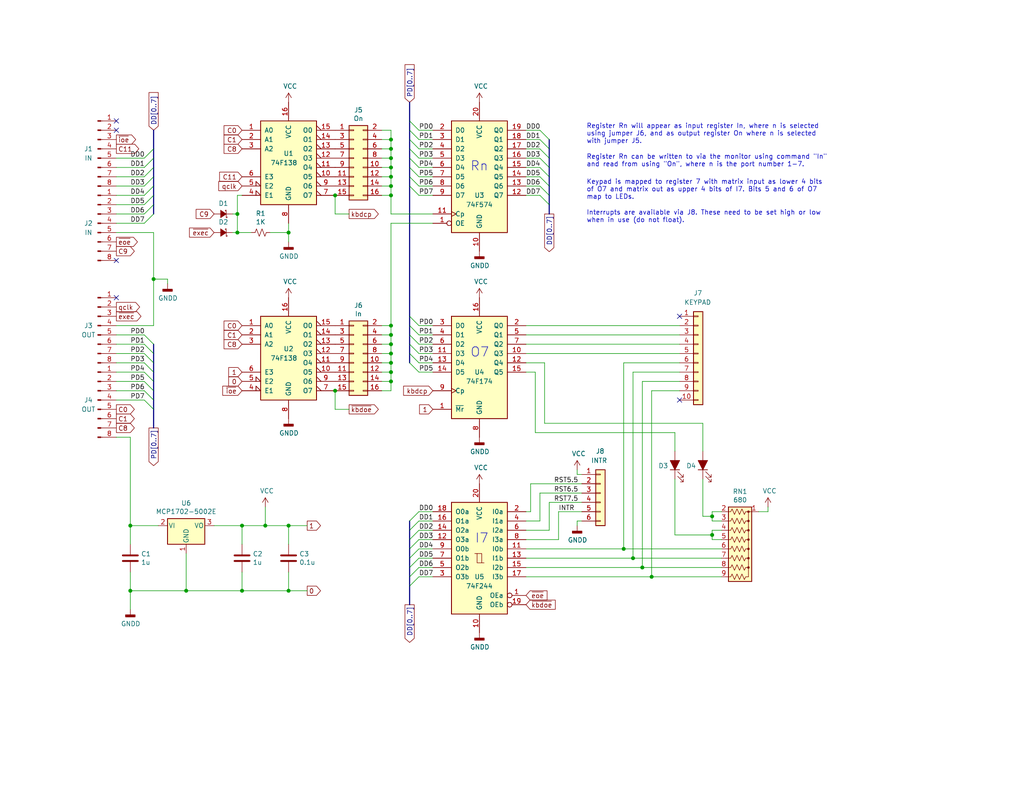
<source format=kicad_sch>
(kicad_sch (version 20211123) (generator eeschema)
  (paper "USLetter")
  (title_block (title "Novasaur Expansion Prototype") (date "2023-05-22") (rev "3") (company "Solid State Machines LLC") (comment 1 "Copyright (c) 2023"))
  (lib_symbols
    (symbol "74xx:74LS138" (pin_names (offset 1.016))
      (property "Reference" "U" (at -7.62 11.43 0))
      (property "Value" "74LS138" (at -7.62 -13.97 0))
      (symbol "74LS138_1_0"
        (pin input line (at -12.7 7.62 0) (length 5.08) (name "A0") (number "1"))
        (pin output output_low (at 12.7 -5.08 180) (length 5.08) (name "O5") (number "10"))
        (pin output output_low (at 12.7 -2.54 180) (length 5.08) (name "O4") (number "11"))
        (pin output output_low (at 12.7 0 180) (length 5.08) (name "O3") (number "12"))
        (pin output output_low (at 12.7 2.54 180) (length 5.08) (name "O2") (number "13"))
        (pin output output_low (at 12.7 5.08 180) (length 5.08) (name "O1") (number "14"))
        (pin output output_low (at 12.7 7.62 180) (length 5.08) (name "O0") (number "15"))
        (pin power_in line (at 0 15.24 270) (length 5.08) (name "VCC") (number "16"))
        (pin input line (at -12.7 5.08 0) (length 5.08) (name "A1") (number "2"))
        (pin input line (at -12.7 2.54 0) (length 5.08) (name "A2") (number "3"))
        (pin input input_low (at -12.7 -10.16 0) (length 5.08) (name "E1") (number "4"))
        (pin input input_low (at -12.7 -7.62 0) (length 5.08) (name "E2") (number "5"))
        (pin input line (at -12.7 -5.08 0) (length 5.08) (name "E3") (number "6"))
        (pin output output_low (at 12.7 -10.16 180) (length 5.08) (name "O7") (number "7"))
        (pin power_in line (at 0 -17.78 90) (length 5.08) (name "GND") (number "8"))
        (pin output output_low (at 12.7 -7.62 180) (length 5.08) (name "O6") (number "9"))
      )
      (symbol "74LS138_1_1"
        (rectangle (start -7.62 10.16) (end 7.62 -12.7) (stroke (width 0.254)) (fill (type background)))
      )
    )
    (symbol "74xx:74LS174" (pin_names (offset 1.016))
      (property "Reference" "U" (at -7.62 13.97 0))
      (property "Value" "74LS174" (at -7.62 -16.51 0))
      (symbol "74LS174_1_0"
        (pin input line (at -12.7 -12.7 0) (length 5.08) (name "~{Mr}") (number "1"))
        (pin output line (at 12.7 2.54 180) (length 5.08) (name "Q3") (number "10"))
        (pin input line (at -12.7 2.54 0) (length 5.08) (name "D3") (number "11"))
        (pin output line (at 12.7 0 180) (length 5.08) (name "Q4") (number "12"))
        (pin input line (at -12.7 0 0) (length 5.08) (name "D4") (number "13"))
        (pin input line (at -12.7 -2.54 0) (length 5.08) (name "D5") (number "14"))
        (pin output line (at 12.7 -2.54 180) (length 5.08) (name "Q5") (number "15"))
        (pin power_in line (at 0 17.78 270) (length 5.08) (name "VCC") (number "16"))
        (pin output line (at 12.7 10.16 180) (length 5.08) (name "Q0") (number "2"))
        (pin input line (at -12.7 10.16 0) (length 5.08) (name "D0") (number "3"))
        (pin input line (at -12.7 7.62 0) (length 5.08) (name "D1") (number "4"))
        (pin output line (at 12.7 7.62 180) (length 5.08) (name "Q1") (number "5"))
        (pin input line (at -12.7 5.08 0) (length 5.08) (name "D2") (number "6"))
        (pin output line (at 12.7 5.08 180) (length 5.08) (name "Q2") (number "7"))
        (pin power_in line (at 0 -20.32 90) (length 5.08) (name "GND") (number "8"))
        (pin input clock (at -12.7 -7.62 0) (length 5.08) (name "Cp") (number "9"))
      )
      (symbol "74LS174_1_1"
        (rectangle (start -7.62 12.7) (end 7.62 -15.24) (stroke (width 0.254)) (fill (type background)))
      )
    )
    (symbol "74xx:74LS244" (pin_names (offset 1.016))
      (property "Reference" "U" (at -7.62 16.51 0))
      (property "Value" "74LS244" (at -7.62 -16.51 0))
      (symbol "74LS244_1_0"
        (polyline (pts (xy -0.635 -1.27) (xy -0.635 1.27) (xy 0.635 1.27)))
        (polyline (pts (xy -1.27 -1.27) (xy 0.635 -1.27) (xy 0.635 1.27) (xy 1.27 1.27)))
        (pin input inverted (at -12.7 -10.16 0) (length 5.08) (name "OEa") (number "1"))
        (pin power_in line (at 0 -20.32 90) (length 5.08) (name "GND") (number "10"))
        (pin input line (at -12.7 2.54 0) (length 5.08) (name "I0b") (number "11"))
        (pin tri_state line (at 12.7 5.08 180) (length 5.08) (name "O3a") (number "12"))
        (pin input line (at -12.7 0 0) (length 5.08) (name "I1b") (number "13"))
        (pin tri_state line (at 12.7 7.62 180) (length 5.08) (name "O2a") (number "14"))
        (pin input line (at -12.7 -2.54 0) (length 5.08) (name "I2b") (number "15"))
        (pin tri_state line (at 12.7 10.16 180) (length 5.08) (name "O1a") (number "16"))
        (pin input line (at -12.7 -5.08 0) (length 5.08) (name "I3b") (number "17"))
        (pin tri_state line (at 12.7 12.7 180) (length 5.08) (name "O0a") (number "18"))
        (pin input inverted (at -12.7 -12.7 0) (length 5.08) (name "OEb") (number "19"))
        (pin input line (at -12.7 12.7 0) (length 5.08) (name "I0a") (number "2"))
        (pin power_in line (at 0 20.32 270) (length 5.08) (name "VCC") (number "20"))
        (pin tri_state line (at 12.7 -5.08 180) (length 5.08) (name "O3b") (number "3"))
        (pin input line (at -12.7 10.16 0) (length 5.08) (name "I1a") (number "4"))
        (pin tri_state line (at 12.7 -2.54 180) (length 5.08) (name "O2b") (number "5"))
        (pin input line (at -12.7 7.62 0) (length 5.08) (name "I2a") (number "6"))
        (pin tri_state line (at 12.7 0 180) (length 5.08) (name "O1b") (number "7"))
        (pin input line (at -12.7 5.08 0) (length 5.08) (name "I3a") (number "8"))
        (pin tri_state line (at 12.7 2.54 180) (length 5.08) (name "O0b") (number "9"))
      )
      (symbol "74LS244_1_1"
        (rectangle (start -7.62 15.24) (end 7.62 -15.24) (stroke (width 0.254)) (fill (type background)))
      )
    )
    (symbol "74xx:74LS574" (pin_names (offset 1.016))
      (property "Reference" "U" (at -7.62 16.51 0))
      (property "Value" "74LS574" (at -7.62 -16.51 0))
      (symbol "74LS574_1_0"
        (pin input inverted (at -12.7 -12.7 0) (length 5.08) (name "OE") (number "1"))
        (pin power_in line (at 0 -20.32 90) (length 5.08) (name "GND") (number "10"))
        (pin input clock (at -12.7 -10.16 0) (length 5.08) (name "Cp") (number "11"))
        (pin tri_state line (at 12.7 -5.08 180) (length 5.08) (name "Q7") (number "12"))
        (pin tri_state line (at 12.7 -2.54 180) (length 5.08) (name "Q6") (number "13"))
        (pin tri_state line (at 12.7 0 180) (length 5.08) (name "Q5") (number "14"))
        (pin tri_state line (at 12.7 2.54 180) (length 5.08) (name "Q4") (number "15"))
        (pin tri_state line (at 12.7 5.08 180) (length 5.08) (name "Q3") (number "16"))
        (pin tri_state line (at 12.7 7.62 180) (length 5.08) (name "Q2") (number "17"))
        (pin tri_state line (at 12.7 10.16 180) (length 5.08) (name "Q1") (number "18"))
        (pin tri_state line (at 12.7 12.7 180) (length 5.08) (name "Q0") (number "19"))
        (pin input line (at -12.7 12.7 0) (length 5.08) (name "D0") (number "2"))
        (pin power_in line (at 0 20.32 270) (length 5.08) (name "VCC") (number "20"))
        (pin input line (at -12.7 10.16 0) (length 5.08) (name "D1") (number "3"))
        (pin input line (at -12.7 7.62 0) (length 5.08) (name "D2") (number "4"))
        (pin input line (at -12.7 5.08 0) (length 5.08) (name "D3") (number "5"))
        (pin input line (at -12.7 2.54 0) (length 5.08) (name "D4") (number "6"))
        (pin input line (at -12.7 0 0) (length 5.08) (name "D5") (number "7"))
        (pin input line (at -12.7 -2.54 0) (length 5.08) (name "D6") (number "8"))
        (pin input line (at -12.7 -5.08 0) (length 5.08) (name "D7") (number "9"))
      )
      (symbol "74LS574_1_1"
        (rectangle (start -7.62 15.24) (end 7.62 -15.24) (stroke (width 0.254)) (fill (type background)))
      )
    )
    (symbol "Connector:Conn_01x08_Male" (pin_names (offset 1.016) hide)
      (property "Reference" "J" (at 0 10.16 0))
      (property "Value" "Conn_01x08_Male" (at 0 -12.7 0))
      (symbol "Conn_01x08_Male_1_1"
        (polyline (pts (xy 1.27 -10.16) (xy 0.8636 -10.16)) (stroke (width 0.1524)))
        (polyline (pts (xy 1.27 -7.62) (xy 0.8636 -7.62)) (stroke (width 0.1524)))
        (polyline (pts (xy 1.27 -5.08) (xy 0.8636 -5.08)) (stroke (width 0.1524)))
        (polyline (pts (xy 1.27 -2.54) (xy 0.8636 -2.54)) (stroke (width 0.1524)))
        (polyline (pts (xy 1.27 0) (xy 0.8636 0)) (stroke (width 0.1524)))
        (polyline (pts (xy 1.27 2.54) (xy 0.8636 2.54)) (stroke (width 0.1524)))
        (polyline (pts (xy 1.27 5.08) (xy 0.8636 5.08)) (stroke (width 0.1524)))
        (polyline (pts (xy 1.27 7.62) (xy 0.8636 7.62)) (stroke (width 0.1524)))
        (rectangle (start 0.8636 -10.033) (end 0 -10.287) (stroke (width 0.1524)) (fill (type outline)))
        (rectangle (start 0.8636 -7.493) (end 0 -7.747) (stroke (width 0.1524)) (fill (type outline)))
        (rectangle (start 0.8636 -4.953) (end 0 -5.207) (stroke (width 0.1524)) (fill (type outline)))
        (rectangle (start 0.8636 -2.413) (end 0 -2.667) (stroke (width 0.1524)) (fill (type outline)))
        (rectangle (start 0.8636 0.127) (end 0 -0.127) (stroke (width 0.1524)) (fill (type outline)))
        (rectangle (start 0.8636 2.667) (end 0 2.413) (stroke (width 0.1524)) (fill (type outline)))
        (rectangle (start 0.8636 5.207) (end 0 4.953) (stroke (width 0.1524)) (fill (type outline)))
        (rectangle (start 0.8636 7.747) (end 0 7.493) (stroke (width 0.1524)) (fill (type outline)))
        (pin passive line (at 5.08 7.62 180) (length 3.81) (name "Pin_1") (number "1"))
        (pin passive line (at 5.08 5.08 180) (length 3.81) (name "Pin_2") (number "2"))
        (pin passive line (at 5.08 2.54 180) (length 3.81) (name "Pin_3") (number "3"))
        (pin passive line (at 5.08 0 180) (length 3.81) (name "Pin_4") (number "4"))
        (pin passive line (at 5.08 -2.54 180) (length 3.81) (name "Pin_5") (number "5"))
        (pin passive line (at 5.08 -5.08 180) (length 3.81) (name "Pin_6") (number "6"))
        (pin passive line (at 5.08 -7.62 180) (length 3.81) (name "Pin_7") (number "7"))
        (pin passive line (at 5.08 -10.16 180) (length 3.81) (name "Pin_8") (number "8"))
      )
    )
    (symbol "Connector_Generic:Conn_01x06" (pin_names (offset 1.016) hide)
      (property "Reference" "J" (at 0 7.62 0))
      (property "Value" "Conn_01x06" (at 0 -10.16 0))
      (symbol "Conn_01x06_1_1"
        (rectangle (start -1.27 -7.493) (end 0 -7.747) (stroke (width 0.1524)))
        (rectangle (start -1.27 -4.953) (end 0 -5.207) (stroke (width 0.1524)))
        (rectangle (start -1.27 -2.413) (end 0 -2.667) (stroke (width 0.1524)))
        (rectangle (start -1.27 0.127) (end 0 -0.127) (stroke (width 0.1524)))
        (rectangle (start -1.27 2.667) (end 0 2.413) (stroke (width 0.1524)))
        (rectangle (start -1.27 5.207) (end 0 4.953) (stroke (width 0.1524)))
        (rectangle (start -1.27 6.35) (end 1.27 -8.89) (stroke (width 0.254)) (fill (type background)))
        (pin passive line (at -5.08 5.08 0) (length 3.81) (name "Pin_1") (number "1"))
        (pin passive line (at -5.08 2.54 0) (length 3.81) (name "Pin_2") (number "2"))
        (pin passive line (at -5.08 0 0) (length 3.81) (name "Pin_3") (number "3"))
        (pin passive line (at -5.08 -2.54 0) (length 3.81) (name "Pin_4") (number "4"))
        (pin passive line (at -5.08 -5.08 0) (length 3.81) (name "Pin_5") (number "5"))
        (pin passive line (at -5.08 -7.62 0) (length 3.81) (name "Pin_6") (number "6"))
      )
    )
    (symbol "Connector_Generic:Conn_01x10" (pin_names (offset 1.016) hide)
      (property "Reference" "J" (at 0 12.7 0))
      (property "Value" "Conn_01x10" (at 0 -15.24 0))
      (symbol "Conn_01x10_1_1"
        (rectangle (start -1.27 -12.573) (end 0 -12.827) (stroke (width 0.1524)))
        (rectangle (start -1.27 -10.033) (end 0 -10.287) (stroke (width 0.1524)))
        (rectangle (start -1.27 -7.493) (end 0 -7.747) (stroke (width 0.1524)))
        (rectangle (start -1.27 -4.953) (end 0 -5.207) (stroke (width 0.1524)))
        (rectangle (start -1.27 -2.413) (end 0 -2.667) (stroke (width 0.1524)))
        (rectangle (start -1.27 0.127) (end 0 -0.127) (stroke (width 0.1524)))
        (rectangle (start -1.27 2.667) (end 0 2.413) (stroke (width 0.1524)))
        (rectangle (start -1.27 5.207) (end 0 4.953) (stroke (width 0.1524)))
        (rectangle (start -1.27 7.747) (end 0 7.493) (stroke (width 0.1524)))
        (rectangle (start -1.27 10.287) (end 0 10.033) (stroke (width 0.1524)))
        (rectangle (start -1.27 11.43) (end 1.27 -13.97) (stroke (width 0.254)) (fill (type background)))
        (pin passive line (at -5.08 10.16 0) (length 3.81) (name "Pin_1") (number "1"))
        (pin passive line (at -5.08 -12.7 0) (length 3.81) (name "Pin_10") (number "10"))
        (pin passive line (at -5.08 7.62 0) (length 3.81) (name "Pin_2") (number "2"))
        (pin passive line (at -5.08 5.08 0) (length 3.81) (name "Pin_3") (number "3"))
        (pin passive line (at -5.08 2.54 0) (length 3.81) (name "Pin_4") (number "4"))
        (pin passive line (at -5.08 0 0) (length 3.81) (name "Pin_5") (number "5"))
        (pin passive line (at -5.08 -2.54 0) (length 3.81) (name "Pin_6") (number "6"))
        (pin passive line (at -5.08 -5.08 0) (length 3.81) (name "Pin_7") (number "7"))
        (pin passive line (at -5.08 -7.62 0) (length 3.81) (name "Pin_8") (number "8"))
        (pin passive line (at -5.08 -10.16 0) (length 3.81) (name "Pin_9") (number "9"))
      )
    )
    (symbol "Connector_Generic:Conn_02x08_Odd_Even" (pin_names (offset 1.016) hide)
      (property "Reference" "J" (at 1.27 10.16 0))
      (property "Value" "Conn_02x08_Odd_Even" (at 1.27 -12.7 0))
      (symbol "Conn_02x08_Odd_Even_1_1"
        (rectangle (start -1.27 -10.033) (end 0 -10.287) (stroke (width 0.1524)))
        (rectangle (start -1.27 -7.493) (end 0 -7.747) (stroke (width 0.1524)))
        (rectangle (start -1.27 -4.953) (end 0 -5.207) (stroke (width 0.1524)))
        (rectangle (start -1.27 -2.413) (end 0 -2.667) (stroke (width 0.1524)))
        (rectangle (start -1.27 0.127) (end 0 -0.127) (stroke (width 0.1524)))
        (rectangle (start -1.27 2.667) (end 0 2.413) (stroke (width 0.1524)))
        (rectangle (start -1.27 5.207) (end 0 4.953) (stroke (width 0.1524)))
        (rectangle (start -1.27 7.747) (end 0 7.493) (stroke (width 0.1524)))
        (rectangle (start -1.27 8.89) (end 3.81 -11.43) (stroke (width 0.254)) (fill (type background)))
        (rectangle (start 3.81 -10.033) (end 2.54 -10.287) (stroke (width 0.1524)))
        (rectangle (start 3.81 -7.493) (end 2.54 -7.747) (stroke (width 0.1524)))
        (rectangle (start 3.81 -4.953) (end 2.54 -5.207) (stroke (width 0.1524)))
        (rectangle (start 3.81 -2.413) (end 2.54 -2.667) (stroke (width 0.1524)))
        (rectangle (start 3.81 0.127) (end 2.54 -0.127) (stroke (width 0.1524)))
        (rectangle (start 3.81 2.667) (end 2.54 2.413) (stroke (width 0.1524)))
        (rectangle (start 3.81 5.207) (end 2.54 4.953) (stroke (width 0.1524)))
        (rectangle (start 3.81 7.747) (end 2.54 7.493) (stroke (width 0.1524)))
        (pin passive line (at -5.08 7.62 0) (length 3.81) (name "Pin_1") (number "1"))
        (pin passive line (at 7.62 -2.54 180) (length 3.81) (name "Pin_10") (number "10"))
        (pin passive line (at -5.08 -5.08 0) (length 3.81) (name "Pin_11") (number "11"))
        (pin passive line (at 7.62 -5.08 180) (length 3.81) (name "Pin_12") (number "12"))
        (pin passive line (at -5.08 -7.62 0) (length 3.81) (name "Pin_13") (number "13"))
        (pin passive line (at 7.62 -7.62 180) (length 3.81) (name "Pin_14") (number "14"))
        (pin passive line (at -5.08 -10.16 0) (length 3.81) (name "Pin_15") (number "15"))
        (pin passive line (at 7.62 -10.16 180) (length 3.81) (name "Pin_16") (number "16"))
        (pin passive line (at 7.62 7.62 180) (length 3.81) (name "Pin_2") (number "2"))
        (pin passive line (at -5.08 5.08 0) (length 3.81) (name "Pin_3") (number "3"))
        (pin passive line (at 7.62 5.08 180) (length 3.81) (name "Pin_4") (number "4"))
        (pin passive line (at -5.08 2.54 0) (length 3.81) (name "Pin_5") (number "5"))
        (pin passive line (at 7.62 2.54 180) (length 3.81) (name "Pin_6") (number "6"))
        (pin passive line (at -5.08 0 0) (length 3.81) (name "Pin_7") (number "7"))
        (pin passive line (at 7.62 0 180) (length 3.81) (name "Pin_8") (number "8"))
        (pin passive line (at -5.08 -2.54 0) (length 3.81) (name "Pin_9") (number "9"))
      )
    )
    (symbol "Device:C" (pin_numbers hide) (pin_names (offset 0.254))
      (property "Reference" "C" (at 0.635 2.54 0))
      (property "Value" "C" (at 0.635 -2.54 0))
      (symbol "C_0_1"
        (polyline (pts (xy -2.032 -0.762) (xy 2.032 -0.762)) (stroke (width 0.508)))
        (polyline (pts (xy -2.032 0.762) (xy 2.032 0.762)) (stroke (width 0.508)))
      )
      (symbol "C_1_1"
        (pin passive line (at 0 3.81 270) (length 2.794) (name "~") (number "1"))
        (pin passive line (at 0 -3.81 90) (length 2.794) (name "~") (number "2"))
      )
    )
    (symbol "Device:D_Schottky_Small_ALT" (pin_numbers hide) (pin_names (offset 0.254) hide)
      (property "Reference" "D" (at -1.27 2.032 0))
      (property "Value" "Device_D_Schottky_Small_ALT" (at -7.112 -2.032 0))
      (symbol "D_Schottky_Small_ALT_0_1"
        (polyline (pts (xy -0.762 -1.016) (xy -0.762 1.016)))
        (polyline (pts (xy -0.762 0) (xy 0.762 0)))
        (polyline (pts (xy -0.762 -1.016) (xy -0.508 -1.016) (xy -0.508 -0.762)))
        (polyline (pts (xy -0.762 1.016) (xy -1.016 1.016) (xy -1.016 0.762)))
        (polyline (pts (xy 0.762 -1.016) (xy -0.762 0) (xy 0.762 1.016) (xy 0.762 -1.016)) (fill (type outline)))
      )
      (symbol "D_Schottky_Small_ALT_1_1"
        (pin passive line (at -2.54 0 0) (length 1.778) (name "K") (number "1"))
        (pin passive line (at 2.54 0 180) (length 1.778) (name "A") (number "2"))
      )
    )
    (symbol "Device:LED_ALT" (pin_numbers hide) (pin_names (offset 1.016) hide)
      (property "Reference" "D" (at 0 2.54 0))
      (property "Value" "Device_LED_ALT" (at 0 -2.54 0))
      (symbol "LED_ALT_0_1"
        (polyline (pts (xy -1.27 -1.27) (xy -1.27 1.27)) (stroke (width 0.2032)))
        (polyline (pts (xy -1.27 0) (xy 1.27 0)))
        (polyline (pts (xy 1.27 -1.27) (xy 1.27 1.27) (xy -1.27 0) (xy 1.27 -1.27)) (stroke (width 0.2032)) (fill (type outline)))
        (polyline (pts (xy -3.048 -0.762) (xy -4.572 -2.286) (xy -3.81 -2.286) (xy -4.572 -2.286) (xy -4.572 -1.524)))
        (polyline (pts (xy -1.778 -0.762) (xy -3.302 -2.286) (xy -2.54 -2.286) (xy -3.302 -2.286) (xy -3.302 -1.524)))
      )
      (symbol "LED_ALT_1_1"
        (pin passive line (at -3.81 0 0) (length 2.54) (name "K") (number "1"))
        (pin passive line (at 3.81 0 180) (length 2.54) (name "A") (number "2"))
      )
    )
    (symbol "Device:R_Network08_US" (pin_names (offset 0) hide)
      (property "Reference" "RN" (at -12.7 0 90))
      (property "Value" "R_Network08_US" (at 10.16 0 90))
      (symbol "R_Network08_US_0_1"
        (rectangle (start -11.43 -3.175) (end 8.89 3.175) (stroke (width 0.254)) (fill (type background)))
        (circle (center -10.16 2.286) (radius 0.254) (fill (type outline)))
        (circle (center -7.62 2.286) (radius 0.254) (fill (type outline)))
        (circle (center -5.08 2.286) (radius 0.254) (fill (type outline)))
        (circle (center -2.54 2.286) (radius 0.254) (fill (type outline)))
        (polyline (pts (xy -10.16 2.286) (xy 7.62 2.286)))
        (polyline (pts (xy -10.16 2.286) (xy -10.16 1.524) (xy -9.398 1.1684) (xy -10.922 0.508) (xy -9.398 -0.1524) (xy -10.922 -0.8382) (xy -9.398 -1.524) (xy -10.922 -2.1844) (xy -10.16 -2.54) (xy -10.16 -3.81)))
        (polyline (pts (xy -7.62 2.286) (xy -7.62 1.524) (xy -6.858 1.1684) (xy -8.382 0.508) (xy -6.858 -0.1524) (xy -8.382 -0.8382) (xy -6.858 -1.524) (xy -8.382 -2.1844) (xy -7.62 -2.54) (xy -7.62 -3.81)))
        (polyline (pts (xy -5.08 2.286) (xy -5.08 1.524) (xy -4.318 1.1684) (xy -5.842 0.508) (xy -4.318 -0.1524) (xy -5.842 -0.8382) (xy -4.318 -1.524) (xy -5.842 -2.1844) (xy -5.08 -2.54) (xy -5.08 -3.81)))
        (polyline (pts (xy -2.54 2.286) (xy -2.54 1.524) (xy -1.778 1.1684) (xy -3.302 0.508) (xy -1.778 -0.1524) (xy -3.302 -0.8382) (xy -1.778 -1.524) (xy -3.302 -2.1844) (xy -2.54 -2.54) (xy -2.54 -3.81)))
        (polyline (pts (xy 0 2.286) (xy 0 1.524) (xy 0.762 1.1684) (xy -0.762 0.508) (xy 0.762 -0.1524) (xy -0.762 -0.8382) (xy 0.762 -1.524) (xy -0.762 -2.1844) (xy 0 -2.54) (xy 0 -3.81)))
        (polyline (pts (xy 2.54 2.286) (xy 2.54 1.524) (xy 3.302 1.1684) (xy 1.778 0.508) (xy 3.302 -0.1524) (xy 1.778 -0.8382) (xy 3.302 -1.524) (xy 1.778 -2.1844) (xy 2.54 -2.54) (xy 2.54 -3.81)))
        (polyline (pts (xy 5.08 2.286) (xy 5.08 1.524) (xy 5.842 1.1684) (xy 4.318 0.508) (xy 5.842 -0.1524) (xy 4.318 -0.8382) (xy 5.842 -1.524) (xy 4.318 -2.1844) (xy 5.08 -2.54) (xy 5.08 -3.81)))
        (polyline (pts (xy 7.62 2.286) (xy 7.62 1.524) (xy 8.382 1.1684) (xy 6.858 0.508) (xy 8.382 -0.1524) (xy 6.858 -0.8382) (xy 8.382 -1.524) (xy 6.858 -2.1844) (xy 7.62 -2.54) (xy 7.62 -3.81)))
        (circle (center 0 2.286) (radius 0.254) (fill (type outline)))
        (circle (center 2.54 2.286) (radius 0.254) (fill (type outline)))
        (circle (center 5.08 2.286) (radius 0.254) (fill (type outline)))
      )
      (symbol "R_Network08_US_1_1"
        (pin passive line (at -10.16 5.08 270) (length 2.54) (name "common") (number "1"))
        (pin passive line (at -10.16 -5.08 90) (length 1.27) (name "R1") (number "2"))
        (pin passive line (at -7.62 -5.08 90) (length 1.27) (name "R2") (number "3"))
        (pin passive line (at -5.08 -5.08 90) (length 1.27) (name "R3") (number "4"))
        (pin passive line (at -2.54 -5.08 90) (length 1.27) (name "R4") (number "5"))
        (pin passive line (at 0 -5.08 90) (length 1.27) (name "R5") (number "6"))
        (pin passive line (at 2.54 -5.08 90) (length 1.27) (name "R6") (number "7"))
        (pin passive line (at 5.08 -5.08 90) (length 1.27) (name "R7") (number "8"))
        (pin passive line (at 7.62 -5.08 90) (length 1.27) (name "R8") (number "9"))
      )
    )
    (symbol "Device:R_Small_US" (pin_numbers hide) (pin_names (offset 0.254) hide)
      (property "Reference" "R" (at 0.762 0.508 0))
      (property "Value" "R_Small_US" (at 0.762 -1.016 0))
      (symbol "R_Small_US_1_1"
        (polyline (pts (xy 0 0) (xy 1.016 -0.381) (xy 0 -0.762) (xy -1.016 -1.143) (xy 0 -1.524)))
        (polyline (pts (xy 0 1.524) (xy 1.016 1.143) (xy 0 0.762) (xy -1.016 0.381) (xy 0 0)))
        (pin passive line (at 0 2.54 270) (length 1.016) (name "~") (number "1"))
        (pin passive line (at 0 -2.54 90) (length 1.016) (name "~") (number "2"))
      )
    )
    (symbol "Regulator_Linear:MCP1700-5002E_TO92" (pin_names (offset 0.254))
      (property "Reference" "U" (at -3.81 -3.175 0))
      (property "Value" "MCP1700-5002E_TO92" (at 0 -3.175 0))
      (symbol "MCP1700-5002E_TO92_0_1"
        (rectangle (start -5.08 5.08) (end 5.08 -1.905) (stroke (width 0.254)) (fill (type background)))
      )
      (symbol "MCP1700-5002E_TO92_1_1"
        (pin power_in line (at 0 7.62 270) (length 2.54) (name "GND") (number "1"))
        (pin power_in line (at -7.62 0 0) (length 2.54) (name "VI") (number "2"))
        (pin power_out line (at 7.62 0 180) (length 2.54) (name "VO") (number "3"))
      )
    )
    (symbol "power:GNDD" (power) (pin_names (offset 0))
      (property "Value" "GNDD" (at 0 -3.175 0))
      (symbol "GNDD_0_1"
        (rectangle (start -1.27 -1.524) (end 1.27 -2.032) (stroke (width 0.254)) (fill (type outline)))
        (polyline (pts (xy 0 0) (xy 0 -1.524)))
      )
      (symbol "GNDD_1_1"
        (pin power_in line (at 0 0 270) (length 0) hide (name "GNDD") (number "1"))
      )
    )
    (symbol "power:VCC" (power) (pin_names (offset 0))
      (property "Value" "VCC" (at 0 3.81 0))
      (symbol "VCC_0_1"
        (polyline (pts (xy -0.762 1.27) (xy 0 2.54)))
        (polyline (pts (xy 0 0) (xy 0 2.54)))
        (polyline (pts (xy 0 2.54) (xy 0.762 1.27)))
      )
      (symbol "VCC_1_1"
        (pin power_in line (at 0 0 90) (length 0) hide (name "VCC") (number "1"))
      )
    )
  )
  (junction (at 41.91 76.2))
  (junction (at 64.77 63.5))
  (junction (at 106.68 99.06))
  (junction (at 106.68 104.14))
  (junction (at 170.18 149.86))
  (junction (at 91.44 53.34))
  (junction (at 106.68 38.1))
  (junction (at 64.77 58.42))
  (junction (at 194.31 140.97))
  (junction (at 35.56 143.51))
  (junction (at 66.04 161.29))
  (junction (at 106.68 101.6))
  (junction (at 106.68 40.64))
  (junction (at 106.68 50.8))
  (junction (at 78.74 143.51))
  (junction (at 106.68 43.18))
  (junction (at 78.74 161.29))
  (junction (at 194.31 146.05))
  (junction (at 66.04 143.51))
  (junction (at 106.68 93.98))
  (junction (at 175.26 154.94))
  (junction (at 106.68 96.52))
  (junction (at 91.44 106.68))
  (junction (at 106.68 88.9))
  (junction (at 72.39 143.51))
  (junction (at 106.68 91.44))
  (junction (at 172.72 152.4))
  (junction (at 106.68 48.26))
  (junction (at 78.74 63.5))
  (junction (at 106.68 53.34))
  (junction (at 50.8 161.29))
  (junction (at 35.56 161.29))
  (junction (at 177.8 157.48))
  (junction (at 106.68 45.72))
  (no_connect (at 31.75 81.28))
  (no_connect (at 31.75 33.02))
  (no_connect (at 31.75 35.56))
  (no_connect (at 185.42 86.36))
  (no_connect (at 31.75 71.12))
  (no_connect (at 185.42 109.22))
  (bus_entry (at 149.86 45.72) (size -2.54 -2.54))
  (bus_entry (at 39.37 50.8) (size 2.54 -2.54))
  (bus_entry (at 111.76 149.86) (size 2.54 -2.54))
  (bus_entry (at 111.76 40.64) (size 2.54 2.54))
  (bus_entry (at 111.76 48.26) (size 2.54 2.54))
  (bus_entry (at 111.76 93.98) (size 2.54 2.54))
  (bus_entry (at 39.37 53.34) (size 2.54 -2.54))
  (bus_entry (at 39.37 60.96) (size 2.54 -2.54))
  (bus_entry (at 111.76 91.44) (size 2.54 2.54))
  (bus_entry (at 39.37 55.88) (size 2.54 -2.54))
  (bus_entry (at 39.37 109.22) (size 2.54 2.54))
  (bus_entry (at 149.86 53.34) (size -2.54 -2.54))
  (bus_entry (at 149.86 55.88) (size -2.54 -2.54))
  (bus_entry (at 111.76 43.18) (size 2.54 2.54))
  (bus_entry (at 111.76 157.48) (size 2.54 -2.54))
  (bus_entry (at 39.37 93.98) (size 2.54 2.54))
  (bus_entry (at 111.76 99.06) (size 2.54 2.54))
  (bus_entry (at 111.76 88.9) (size 2.54 2.54))
  (bus_entry (at 39.37 45.72) (size 2.54 -2.54))
  (bus_entry (at 149.86 43.18) (size -2.54 -2.54))
  (bus_entry (at 111.76 152.4) (size 2.54 -2.54))
  (bus_entry (at 111.76 50.8) (size 2.54 2.54))
  (bus_entry (at 111.76 96.52) (size 2.54 2.54))
  (bus_entry (at 111.76 38.1) (size 2.54 2.54))
  (bus_entry (at 39.37 91.44) (size 2.54 2.54))
  (bus_entry (at 111.76 142.24) (size 2.54 -2.54))
  (bus_entry (at 111.76 35.56) (size 2.54 2.54))
  (bus_entry (at 39.37 43.18) (size 2.54 -2.54))
  (bus_entry (at 39.37 48.26) (size 2.54 -2.54))
  (bus_entry (at 149.86 50.8) (size -2.54 -2.54))
  (bus_entry (at 39.37 58.42) (size 2.54 -2.54))
  (bus_entry (at 111.76 45.72) (size 2.54 2.54))
  (bus_entry (at 111.76 154.94) (size 2.54 -2.54))
  (bus_entry (at 111.76 160.02) (size 2.54 -2.54))
  (bus_entry (at 149.86 40.64) (size -2.54 -2.54))
  (bus_entry (at 111.76 86.36) (size 2.54 2.54))
  (bus_entry (at 39.37 104.14) (size 2.54 2.54))
  (bus_entry (at 39.37 101.6) (size 2.54 2.54))
  (bus_entry (at 39.37 96.52) (size 2.54 2.54))
  (bus_entry (at 149.86 48.26) (size -2.54 -2.54))
  (bus_entry (at 149.86 38.1) (size -2.54 -2.54))
  (bus_entry (at 39.37 106.68) (size 2.54 2.54))
  (bus_entry (at 39.37 99.06) (size 2.54 2.54))
  (bus_entry (at 111.76 144.78) (size 2.54 -2.54))
  (bus_entry (at 111.76 147.32) (size 2.54 -2.54))
  (bus_entry (at 111.76 33.02) (size 2.54 2.54))
  (wire (pts (xy 104.14 93.98) (xy 106.68 93.98)))
  (wire (pts (xy 45.72 76.2) (xy 41.91 76.2)))
  (wire (pts (xy 106.68 104.14) (xy 106.68 106.68)))
  (wire (pts (xy 31.75 119.38) (xy 35.56 119.38)))
  (wire (pts (xy 106.68 43.18) (xy 106.68 45.72)))
  (wire (pts (xy 114.3 93.98) (xy 118.11 93.98)))
  (wire (pts (xy 114.3 53.34) (xy 118.11 53.34)))
  (bus (pts (xy 41.91 106.68) (xy 41.91 109.22)))
  (wire (pts (xy 143.51 88.9) (xy 185.42 88.9)))
  (wire (pts (xy 143.51 139.7) (xy 144.78 139.7)))
  (wire (pts (xy 191.77 115.57) (xy 191.77 123.19)))
  (wire (pts (xy 31.75 101.6) (xy 39.37 101.6)))
  (bus (pts (xy 111.76 147.32) (xy 111.76 149.86)))
  (bus (pts (xy 41.91 104.14) (xy 41.91 106.68)))
  (bus (pts (xy 111.76 35.56) (xy 111.76 38.1)))
  (wire (pts (xy 185.42 104.14) (xy 175.26 104.14)))
  (wire (pts (xy 31.75 50.8) (xy 39.37 50.8)))
  (wire (pts (xy 118.11 58.42) (xy 106.68 58.42)))
  (bus (pts (xy 41.91 40.64) (xy 41.91 43.18)))
  (wire (pts (xy 114.3 48.26) (xy 118.11 48.26)))
  (wire (pts (xy 191.77 130.81) (xy 191.77 140.97)))
  (wire (pts (xy 194.31 140.97) (xy 194.31 139.7)))
  (wire (pts (xy 191.77 140.97) (xy 194.31 140.97)))
  (wire (pts (xy 143.51 45.72) (xy 147.32 45.72)))
  (wire (pts (xy 114.3 144.78) (xy 118.11 144.78)))
  (wire (pts (xy 63.5 58.42) (xy 64.77 58.42)))
  (wire (pts (xy 144.78 132.08) (xy 158.75 132.08)))
  (wire (pts (xy 143.51 48.26) (xy 147.32 48.26)))
  (wire (pts (xy 58.42 143.51) (xy 66.04 143.51)))
  (wire (pts (xy 66.04 161.29) (xy 50.8 161.29)))
  (wire (pts (xy 66.04 161.29) (xy 66.04 156.21)))
  (wire (pts (xy 143.51 50.8) (xy 147.32 50.8)))
  (wire (pts (xy 143.51 43.18) (xy 147.32 43.18)))
  (wire (pts (xy 106.68 93.98) (xy 106.68 96.52)))
  (wire (pts (xy 31.75 104.14) (xy 39.37 104.14)))
  (wire (pts (xy 104.14 43.18) (xy 106.68 43.18)))
  (wire (pts (xy 31.75 45.72) (xy 39.37 45.72)))
  (wire (pts (xy 152.4 139.7) (xy 158.75 139.7)))
  (wire (pts (xy 146.05 101.6) (xy 143.51 101.6)))
  (wire (pts (xy 158.75 129.54) (xy 157.48 129.54)))
  (bus (pts (xy 41.91 111.76) (xy 41.91 116.84)))
  (wire (pts (xy 104.14 45.72) (xy 106.68 45.72)))
  (wire (pts (xy 196.85 144.78) (xy 194.31 144.78)))
  (bus (pts (xy 111.76 33.02) (xy 111.76 35.56)))
  (wire (pts (xy 177.8 157.48) (xy 177.8 106.68)))
  (wire (pts (xy 66.04 53.34) (xy 64.77 53.34)))
  (wire (pts (xy 104.14 50.8) (xy 106.68 50.8)))
  (bus (pts (xy 41.91 53.34) (xy 41.91 55.88)))
  (wire (pts (xy 31.75 58.42) (xy 39.37 58.42)))
  (wire (pts (xy 143.51 152.4) (xy 172.72 152.4)))
  (wire (pts (xy 104.14 91.44) (xy 106.68 91.44)))
  (wire (pts (xy 31.75 55.88) (xy 39.37 55.88)))
  (wire (pts (xy 194.31 146.05) (xy 194.31 147.32)))
  (wire (pts (xy 35.56 143.51) (xy 43.18 143.51)))
  (wire (pts (xy 31.75 60.96) (xy 39.37 60.96)))
  (wire (pts (xy 143.51 96.52) (xy 185.42 96.52)))
  (wire (pts (xy 35.56 119.38) (xy 35.56 143.51)))
  (wire (pts (xy 72.39 143.51) (xy 72.39 138.43)))
  (wire (pts (xy 41.91 76.2) (xy 41.91 88.9)))
  (wire (pts (xy 78.74 143.51) (xy 78.74 148.59)))
  (wire (pts (xy 143.51 157.48) (xy 177.8 157.48)))
  (bus (pts (xy 111.76 93.98) (xy 111.76 96.52)))
  (bus (pts (xy 41.91 99.06) (xy 41.91 101.6)))
  (wire (pts (xy 143.51 53.34) (xy 147.32 53.34)))
  (wire (pts (xy 78.74 143.51) (xy 83.82 143.51)))
  (wire (pts (xy 114.3 88.9) (xy 118.11 88.9)))
  (bus (pts (xy 111.76 45.72) (xy 111.76 48.26)))
  (wire (pts (xy 207.01 139.7) (xy 209.55 139.7)))
  (wire (pts (xy 194.31 139.7) (xy 196.85 139.7)))
  (wire (pts (xy 114.3 99.06) (xy 118.11 99.06)))
  (wire (pts (xy 143.51 99.06) (xy 148.59 99.06)))
  (wire (pts (xy 175.26 154.94) (xy 196.85 154.94)))
  (wire (pts (xy 143.51 144.78) (xy 149.86 144.78)))
  (wire (pts (xy 66.04 143.51) (xy 66.04 148.59)))
  (wire (pts (xy 104.14 99.06) (xy 106.68 99.06)))
  (wire (pts (xy 78.74 60.96) (xy 78.74 63.5)))
  (wire (pts (xy 31.75 96.52) (xy 39.37 96.52)))
  (wire (pts (xy 106.68 53.34) (xy 106.68 58.42)))
  (bus (pts (xy 111.76 40.64) (xy 111.76 43.18)))
  (wire (pts (xy 157.48 143.51) (xy 157.48 142.24)))
  (bus (pts (xy 111.76 48.26) (xy 111.76 50.8)))
  (bus (pts (xy 149.86 48.26) (xy 149.86 50.8)))
  (wire (pts (xy 144.78 132.08) (xy 144.78 139.7)))
  (wire (pts (xy 184.15 146.05) (xy 194.31 146.05)))
  (bus (pts (xy 41.91 55.88) (xy 41.91 58.42)))
  (bus (pts (xy 41.91 35.56) (xy 41.91 40.64)))
  (wire (pts (xy 143.51 142.24) (xy 147.32 142.24)))
  (wire (pts (xy 106.68 50.8) (xy 106.68 53.34)))
  (wire (pts (xy 104.14 88.9) (xy 106.68 88.9)))
  (wire (pts (xy 184.15 118.11) (xy 184.15 123.19)))
  (bus (pts (xy 41.91 101.6) (xy 41.91 104.14)))
  (wire (pts (xy 106.68 91.44) (xy 106.68 93.98)))
  (wire (pts (xy 152.4 139.7) (xy 152.4 147.32)))
  (wire (pts (xy 66.04 143.51) (xy 72.39 143.51)))
  (bus (pts (xy 149.86 50.8) (xy 149.86 53.34)))
  (wire (pts (xy 31.75 48.26) (xy 39.37 48.26)))
  (wire (pts (xy 209.55 138.43) (xy 209.55 139.7)))
  (wire (pts (xy 149.86 137.16) (xy 149.86 144.78)))
  (wire (pts (xy 143.51 154.94) (xy 175.26 154.94)))
  (wire (pts (xy 114.3 45.72) (xy 118.11 45.72)))
  (bus (pts (xy 111.76 38.1) (xy 111.76 40.64)))
  (wire (pts (xy 31.75 43.18) (xy 39.37 43.18)))
  (wire (pts (xy 184.15 130.81) (xy 184.15 146.05)))
  (wire (pts (xy 31.75 88.9) (xy 41.91 88.9)))
  (wire (pts (xy 91.44 106.68) (xy 91.44 111.76)))
  (wire (pts (xy 106.68 101.6) (xy 106.68 104.14)))
  (wire (pts (xy 106.68 60.96) (xy 106.68 88.9)))
  (wire (pts (xy 35.56 161.29) (xy 35.56 166.37)))
  (wire (pts (xy 31.75 91.44) (xy 39.37 91.44)))
  (bus (pts (xy 41.91 93.98) (xy 41.91 96.52)))
  (wire (pts (xy 104.14 101.6) (xy 106.68 101.6)))
  (wire (pts (xy 114.3 147.32) (xy 118.11 147.32)))
  (wire (pts (xy 66.04 161.29) (xy 78.74 161.29)))
  (wire (pts (xy 143.51 35.56) (xy 147.32 35.56)))
  (wire (pts (xy 91.44 53.34) (xy 91.44 58.42)))
  (wire (pts (xy 194.31 142.24) (xy 196.85 142.24)))
  (wire (pts (xy 106.68 96.52) (xy 106.68 99.06)))
  (bus (pts (xy 111.76 154.94) (xy 111.76 157.48)))
  (bus (pts (xy 111.76 149.86) (xy 111.76 152.4)))
  (wire (pts (xy 147.32 134.62) (xy 147.32 142.24)))
  (wire (pts (xy 114.3 152.4) (xy 118.11 152.4)))
  (bus (pts (xy 111.76 144.78) (xy 111.76 147.32)))
  (bus (pts (xy 111.76 43.18) (xy 111.76 45.72)))
  (wire (pts (xy 114.3 50.8) (xy 118.11 50.8)))
  (wire (pts (xy 73.66 63.5) (xy 78.74 63.5)))
  (wire (pts (xy 143.51 91.44) (xy 185.42 91.44)))
  (wire (pts (xy 95.25 111.76) (xy 91.44 111.76)))
  (bus (pts (xy 149.86 55.88) (xy 149.86 58.42)))
  (bus (pts (xy 41.91 109.22) (xy 41.91 111.76)))
  (wire (pts (xy 148.59 115.57) (xy 191.77 115.57)))
  (wire (pts (xy 78.74 161.29) (xy 78.74 156.21)))
  (wire (pts (xy 106.68 60.96) (xy 118.11 60.96)))
  (wire (pts (xy 78.74 161.29) (xy 83.82 161.29)))
  (wire (pts (xy 104.14 106.68) (xy 106.68 106.68)))
  (wire (pts (xy 157.48 142.24) (xy 158.75 142.24)))
  (bus (pts (xy 41.91 43.18) (xy 41.91 45.72)))
  (wire (pts (xy 114.3 43.18) (xy 118.11 43.18)))
  (wire (pts (xy 177.8 157.48) (xy 196.85 157.48)))
  (bus (pts (xy 149.86 40.64) (xy 149.86 43.18)))
  (wire (pts (xy 64.77 58.42) (xy 64.77 53.34)))
  (wire (pts (xy 104.14 53.34) (xy 106.68 53.34)))
  (wire (pts (xy 194.31 146.05) (xy 194.31 144.78)))
  (wire (pts (xy 41.91 63.5) (xy 41.91 76.2)))
  (wire (pts (xy 114.3 35.56) (xy 118.11 35.56)))
  (wire (pts (xy 106.68 35.56) (xy 106.68 38.1)))
  (wire (pts (xy 106.68 88.9) (xy 106.68 91.44)))
  (wire (pts (xy 196.85 147.32) (xy 194.31 147.32)))
  (bus (pts (xy 149.86 53.34) (xy 149.86 55.88)))
  (bus (pts (xy 41.91 50.8) (xy 41.91 53.34)))
  (bus (pts (xy 111.76 96.52) (xy 111.76 99.06)))
  (wire (pts (xy 104.14 48.26) (xy 106.68 48.26)))
  (wire (pts (xy 149.86 137.16) (xy 158.75 137.16)))
  (wire (pts (xy 170.18 99.06) (xy 170.18 149.86)))
  (wire (pts (xy 143.51 93.98) (xy 185.42 93.98)))
  (wire (pts (xy 91.44 58.42) (xy 95.25 58.42)))
  (wire (pts (xy 106.68 45.72) (xy 106.68 48.26)))
  (wire (pts (xy 104.14 40.64) (xy 106.68 40.64)))
  (wire (pts (xy 35.56 143.51) (xy 35.56 148.59)))
  (wire (pts (xy 63.5 63.5) (xy 64.77 63.5)))
  (wire (pts (xy 146.05 118.11) (xy 146.05 101.6)))
  (wire (pts (xy 106.68 38.1) (xy 106.68 40.64)))
  (wire (pts (xy 35.56 161.29) (xy 35.56 156.21)))
  (bus (pts (xy 149.86 43.18) (xy 149.86 45.72)))
  (wire (pts (xy 194.31 140.97) (xy 194.31 142.24)))
  (wire (pts (xy 106.68 48.26) (xy 106.68 50.8)))
  (wire (pts (xy 172.72 152.4) (xy 196.85 152.4)))
  (wire (pts (xy 114.3 142.24) (xy 118.11 142.24)))
  (wire (pts (xy 114.3 154.94) (xy 118.11 154.94)))
  (wire (pts (xy 114.3 149.86) (xy 118.11 149.86)))
  (wire (pts (xy 104.14 104.14) (xy 106.68 104.14)))
  (bus (pts (xy 111.76 86.36) (xy 111.76 88.9)))
  (wire (pts (xy 106.68 99.06) (xy 106.68 101.6)))
  (wire (pts (xy 177.8 106.68) (xy 185.42 106.68)))
  (wire (pts (xy 50.8 151.13) (xy 50.8 161.29)))
  (bus (pts (xy 111.76 27.94) (xy 111.76 33.02)))
  (wire (pts (xy 170.18 149.86) (xy 196.85 149.86)))
  (bus (pts (xy 111.76 160.02) (xy 111.76 165.1)))
  (bus (pts (xy 111.76 157.48) (xy 111.76 160.02)))
  (wire (pts (xy 143.51 38.1) (xy 147.32 38.1)))
  (wire (pts (xy 143.51 40.64) (xy 147.32 40.64)))
  (wire (pts (xy 172.72 152.4) (xy 172.72 101.6)))
  (wire (pts (xy 104.14 35.56) (xy 106.68 35.56)))
  (wire (pts (xy 146.05 118.11) (xy 184.15 118.11)))
  (wire (pts (xy 104.14 96.52) (xy 106.68 96.52)))
  (wire (pts (xy 114.3 91.44) (xy 118.11 91.44)))
  (wire (pts (xy 31.75 106.68) (xy 39.37 106.68)))
  (bus (pts (xy 111.76 152.4) (xy 111.76 154.94)))
  (wire (pts (xy 114.3 101.6) (xy 118.11 101.6)))
  (wire (pts (xy 185.42 99.06) (xy 170.18 99.06)))
  (wire (pts (xy 68.58 63.5) (xy 64.77 63.5)))
  (wire (pts (xy 78.74 63.5) (xy 78.74 66.04)))
  (wire (pts (xy 114.3 38.1) (xy 118.11 38.1)))
  (wire (pts (xy 104.14 38.1) (xy 106.68 38.1)))
  (wire (pts (xy 175.26 154.94) (xy 175.26 104.14)))
  (wire (pts (xy 72.39 143.51) (xy 78.74 143.51)))
  (wire (pts (xy 114.3 96.52) (xy 118.11 96.52)))
  (wire (pts (xy 157.48 129.54) (xy 157.48 128.27)))
  (wire (pts (xy 114.3 157.48) (xy 118.11 157.48)))
  (wire (pts (xy 172.72 101.6) (xy 185.42 101.6)))
  (wire (pts (xy 143.51 149.86) (xy 170.18 149.86)))
  (wire (pts (xy 31.75 53.34) (xy 39.37 53.34)))
  (bus (pts (xy 41.91 45.72) (xy 41.91 48.26)))
  (wire (pts (xy 45.72 77.47) (xy 45.72 76.2)))
  (bus (pts (xy 111.76 88.9) (xy 111.76 91.44)))
  (wire (pts (xy 143.51 147.32) (xy 152.4 147.32)))
  (wire (pts (xy 106.68 40.64) (xy 106.68 43.18)))
  (bus (pts (xy 111.76 91.44) (xy 111.76 93.98)))
  (bus (pts (xy 111.76 142.24) (xy 111.76 144.78)))
  (bus (pts (xy 41.91 96.52) (xy 41.91 99.06)))
  (wire (pts (xy 114.3 40.64) (xy 118.11 40.64)))
  (wire (pts (xy 114.3 139.7) (xy 118.11 139.7)))
  (wire (pts (xy 64.77 63.5) (xy 64.77 58.42)))
  (bus (pts (xy 111.76 50.8) (xy 111.76 86.36)))
  (bus (pts (xy 149.86 45.72) (xy 149.86 48.26)))
  (wire (pts (xy 31.75 93.98) (xy 39.37 93.98)))
  (wire (pts (xy 31.75 63.5) (xy 41.91 63.5)))
  (wire (pts (xy 148.59 99.06) (xy 148.59 115.57)))
  (wire (pts (xy 31.75 109.22) (xy 39.37 109.22)))
  (wire (pts (xy 147.32 134.62) (xy 158.75 134.62)))
  (bus (pts (xy 41.91 48.26) (xy 41.91 50.8)))
  (wire (pts (xy 31.75 99.06) (xy 39.37 99.06)))
  (bus (pts (xy 149.86 38.1) (xy 149.86 40.64)))
  (wire (pts (xy 50.8 161.29) (xy 35.56 161.29)))
  (text "Register Rn can be written to via the monitor using command \"In\" \nand read from using \"On\", where n is the port number 1-7." (at 160.02 45.72 0) (effects (font (size 1.27 1.27)) (justify left bottom)))
  (text "I7" (at 129.54 148.59 0) (effects (font (size 2.54 2.54)) (justify left bottom)))
  (text "Interrupts are available via J8. These need to be set high or low\nwhen in use (do not float)." (at 160.02 60.96 0) (effects (font (size 1.27 1.27)) (justify left bottom)))
  (text "Keypad is mapped to register 7 with matrix input as lower 4 bits\nof O7 and matrix out as upper 4 bits of I7. Bits 5 and 6 of O7\nmap to LEDs." (at 160.02 54.61 0) (effects (font (size 1.27 1.27)) (justify left bottom)))
  (text "Register Rn will appear as input register In, where n is selected \nusing jumper J6, and as output register On where n is selected \nwith jumper J5." (at 160.02 39.37 0) (effects (font (size 1.27 1.27)) (justify left bottom)))
  (text "O7" (at 128.27 97.79 0) (effects (font (size 2.54 2.54)) (justify left bottom)))
  (text "Rn" (at 128.27 46.99 0) (effects (font (size 2.54 2.54)) (justify left bottom)))
  (label "PD5" (at 114.3 101.6 0))
  (label "RST5.5" (at 151.13 132.08 0))
  (label "PD5" (at 114.3 48.26 0))
  (label "DD4" (at 35.56 53.34 0))
  (label "INTR" (at 152.4 139.7 0))
  (label "DD7" (at 114.3 157.48 0))
  (label "DD4" (at 143.51 45.72 0))
  (label "DD2" (at 143.51 40.64 0))
  (label "PD1" (at 114.3 38.1 0))
  (label "DD0" (at 35.56 43.18 0))
  (label "PD4" (at 35.56 101.6 0))
  (label "PD2" (at 114.3 40.64 0))
  (label "DD4" (at 114.3 149.86 0))
  (label "PD2" (at 35.56 96.52 0))
  (label "DD6" (at 35.56 58.42 0))
  (label "DD5" (at 143.51 48.26 0))
  (label "PD0" (at 35.56 91.44 0))
  (label "PD1" (at 114.3 91.44 0))
  (label "PD4" (at 114.3 45.72 0))
  (label "DD7" (at 35.56 60.96 0))
  (label "DD5" (at 114.3 152.4 0))
  (label "DD6" (at 143.51 50.8 0))
  (label "DD7" (at 143.51 53.34 0))
  (label "PD1" (at 35.56 93.98 0))
  (label "PD7" (at 114.3 53.34 0))
  (label "RST6.5" (at 151.13 134.62 0))
  (label "DD1" (at 143.51 38.1 0))
  (label "DD3" (at 35.56 50.8 0))
  (label "DD0" (at 114.3 139.7 0))
  (label "PD0" (at 114.3 88.9 0))
  (label "PD0" (at 114.3 35.56 0))
  (label "PD3" (at 114.3 43.18 0))
  (label "DD1" (at 35.56 45.72 0))
  (label "DD2" (at 35.56 48.26 0))
  (label "DD2" (at 114.3 144.78 0))
  (label "DD1" (at 114.3 142.24 0))
  (label "PD5" (at 35.56 104.14 0))
  (label "DD3" (at 114.3 147.32 0))
  (label "PD7" (at 35.56 109.22 0))
  (label "RST7.5" (at 151.13 137.16 0))
  (label "PD6" (at 114.3 50.8 0))
  (label "DD6" (at 114.3 154.94 0))
  (label "DD0" (at 143.51 35.56 0))
  (label "PD6" (at 35.56 106.68 0))
  (label "DD5" (at 35.56 55.88 0))
  (label "PD4" (at 114.3 99.06 0))
  (label "PD3" (at 114.3 96.52 0))
  (label "PD2" (at 114.3 93.98 0))
  (label "PD3" (at 35.56 99.06 0))
  (label "DD3" (at 143.51 43.18 0))
  (global_label "C9" (shape output) (at 31.75 68.58 0) (property "Intersheet References" "${INTERSHEET_REFS}" (effects hide)))
  (global_label "C0" (shape input) (at 66.04 35.56 180) (property "Intersheet References" "${INTERSHEET_REFS}" (effects hide)))
  (global_label "C11" (shape input) (at 66.04 48.26 180) (property "Intersheet References" "${INTERSHEET_REFS}" (effects hide)))
  (global_label "1" (shape input) (at 118.11 111.76 180) (property "Intersheet References" "${INTERSHEET_REFS}" (effects hide)))
  (global_label "C0" (shape input) (at 66.04 88.9 180) (property "Intersheet References" "${INTERSHEET_REFS}" (effects hide)))
  (global_label "PD[0..7]" (shape input) (at 111.76 27.94 90) (property "Intersheet References" "${INTERSHEET_REFS}" (effects hide)))
  (global_label "~{ioe}" (shape output) (at 31.75 38.1 0) (property "Intersheet References" "${INTERSHEET_REFS}" (effects hide)))
  (global_label "~{exec}" (shape output) (at 31.75 86.36 0) (property "Intersheet References" "${INTERSHEET_REFS}" (effects hide)))
  (global_label "1" (shape input) (at 66.04 101.6 180) (property "Intersheet References" "${INTERSHEET_REFS}" (effects hide)))
  (global_label "~{eoe}" (shape output) (at 31.75 66.04 0) (property "Intersheet References" "${INTERSHEET_REFS}" (effects hide)))
  (global_label "C0" (shape output) (at 31.75 111.76 0) (property "Intersheet References" "${INTERSHEET_REFS}" (effects hide)))
  (global_label "DD[0..7]" (shape output) (at 149.86 58.42 270) (property "Intersheet References" "${INTERSHEET_REFS}" (effects hide)))
  (global_label "~{eoe}" (shape input) (at 143.51 162.56 0) (property "Intersheet References" "${INTERSHEET_REFS}" (effects hide)))
  (global_label "C1" (shape input) (at 66.04 91.44 180) (property "Intersheet References" "${INTERSHEET_REFS}" (effects hide)))
  (global_label "C8" (shape output) (at 31.75 116.84 0) (property "Intersheet References" "${INTERSHEET_REFS}" (effects hide)))
  (global_label "kbdcp" (shape output) (at 95.25 58.42 0) (property "Intersheet References" "${INTERSHEET_REFS}" (effects hide)))
  (global_label "0" (shape output) (at 83.82 161.29 0) (property "Intersheet References" "${INTERSHEET_REFS}" (effects hide)))
  (global_label "~{ioe}" (shape input) (at 66.04 106.68 180) (property "Intersheet References" "${INTERSHEET_REFS}" (effects hide)))
  (global_label "C8" (shape input) (at 66.04 93.98 180) (property "Intersheet References" "${INTERSHEET_REFS}" (effects hide)))
  (global_label "~{exec}" (shape input) (at 58.42 63.5 180) (property "Intersheet References" "${INTERSHEET_REFS}" (effects hide)))
  (global_label "~{kbdoe}" (shape input) (at 143.51 165.1 0) (property "Intersheet References" "${INTERSHEET_REFS}" (effects hide)))
  (global_label "kbdcp" (shape input) (at 118.11 106.68 180) (property "Intersheet References" "${INTERSHEET_REFS}" (effects hide)))
  (global_label "qclk" (shape input) (at 66.04 50.8 180) (property "Intersheet References" "${INTERSHEET_REFS}" (effects hide)))
  (global_label "C11" (shape output) (at 31.75 40.64 0) (property "Intersheet References" "${INTERSHEET_REFS}" (effects hide)))
  (global_label "C1" (shape output) (at 31.75 114.3 0) (property "Intersheet References" "${INTERSHEET_REFS}" (effects hide)))
  (global_label "DD[0..7]" (shape input) (at 41.91 35.56 90) (property "Intersheet References" "${INTERSHEET_REFS}" (effects hide)))
  (global_label "C8" (shape input) (at 66.04 40.64 180) (property "Intersheet References" "${INTERSHEET_REFS}" (effects hide)))
  (global_label "C1" (shape input) (at 66.04 38.1 180) (property "Intersheet References" "${INTERSHEET_REFS}" (effects hide)))
  (global_label "C9" (shape input) (at 58.42 58.42 180) (property "Intersheet References" "${INTERSHEET_REFS}" (effects hide)))
  (global_label "~{kbdoe}" (shape output) (at 95.25 111.76 0) (property "Intersheet References" "${INTERSHEET_REFS}" (effects hide)))
  (global_label "0" (shape input) (at 66.04 104.14 180) (property "Intersheet References" "${INTERSHEET_REFS}" (effects hide)))
  (global_label "PD[0..7]" (shape output) (at 41.91 116.84 270) (property "Intersheet References" "${INTERSHEET_REFS}" (effects hide)))
  (global_label "1" (shape output) (at 83.82 143.51 0) (property "Intersheet References" "${INTERSHEET_REFS}" (effects hide)))
  (global_label "qclk" (shape output) (at 31.75 83.82 0) (property "Intersheet References" "${INTERSHEET_REFS}" (effects hide)))
  (global_label "DD[0..7]" (shape output) (at 111.76 165.1 270) (property "Intersheet References" "${INTERSHEET_REFS}" (effects hide)))
  (symbol (lib_id "Device:C") (at 66.04 152.4 0) (unit 1)
    (property "Reference" "C2" (at 68.961 151.2316 0) (effects (justify left)))
    (property "Value" "1u" (at 68.961 153.543 0) (effects (justify left)))
    (property "Footprint" "Capacitor_THT:C_Disc_D7.5mm_W2.5mm_P5.00mm" (effects hide))
  )
  (symbol (lib_id "74xx:74LS138") (at 78.74 43.18 0) (unit 1)
    (property "Reference" "U1" (at 78.74 41.91 0))
    (property "Value" "74F138" (at 77.47 44.45 0))
    (property "Footprint" "Package_DIP:DIP-16_W7.62mm_LongPads" (effects hide))
    (property "Datasheet" "http://www.ti.com/lit/gpn/sn74LS138" (effects hide))
  )
  (symbol (lib_id "Connector_Generic:Conn_01x10") (at 190.5 96.52 0) (unit 1)
    (property "Reference" "J7" (at 189.23 80.01 0) (effects (justify left)))
    (property "Value" "KEYPAD" (at 186.69 82.55 0) (effects (justify left)))
    (property "Footprint" "Connector_PinHeader_2.54mm:PinHeader_1x10_P2.54mm_Vertical" (effects hide))
  )
  (symbol (lib_id "power:GNDD") (at 78.74 66.04 0) (unit 1)
    (property "Reference" "#PWR0110" (effects hide))
    (property "Value" "GNDD" (at 78.8416 69.977 0))
  )
  (symbol (lib_id "power:VCC") (at 78.74 27.94 0) (unit 1)
    (property "Reference" "#PWR0109" (effects hide))
    (property "Value" "VCC" (at 79.1718 23.5458 0))
  )
  (symbol (lib_id "74xx:74LS574") (at 130.81 48.26 0) (unit 1)
    (property "Reference" "U3" (at 130.81 53.34 0))
    (property "Value" "74F574" (at 130.81 55.88 0))
    (property "Footprint" "Package_DIP:DIP-20_W7.62mm_Socket_LongPads" (effects hide))
    (property "Datasheet" "http://www.ti.com/lit/gpn/sn74LS574" (effects hide))
  )
  (symbol (lib_id "power:VCC") (at 130.81 27.94 0) (unit 1)
    (property "Reference" "#PWR0111" (effects hide))
    (property "Value" "VCC" (at 131.2418 23.5458 0))
  )
  (symbol (lib_id "power:GNDD") (at 130.81 68.58 0) (unit 1)
    (property "Reference" "#PWR0112" (effects hide))
    (property "Value" "GNDD" (at 130.9116 72.517 0))
  )
  (symbol (lib_id "Connector_Generic:Conn_02x08_Odd_Even") (at 96.52 43.18 0) (unit 1)
    (property "Reference" "J5" (at 97.79 30.0482 0))
    (property "Value" "On" (at 97.79 32.3596 0))
    (property "Footprint" "Connector_PinHeader_2.54mm:PinHeader_2x08_P2.54mm_Vertical" (effects hide))
  )
  (symbol (lib_id "74xx:74LS174") (at 130.81 99.06 0) (unit 1)
    (property "Reference" "U4" (at 130.81 101.6 0))
    (property "Value" "74F174" (at 130.81 104.14 0))
    (property "Footprint" "Package_DIP:DIP-16_W7.62mm_LongPads" (effects hide))
    (property "Datasheet" "http://www.ti.com/lit/gpn/sn74LS174" (effects hide))
  )
  (symbol (lib_id "Device:C") (at 78.74 152.4 0) (unit 1)
    (property "Reference" "C3" (at 81.661 151.2316 0) (effects (justify left)))
    (property "Value" "0.1u" (at 81.661 153.543 0) (effects (justify left)))
    (property "Footprint" "Capacitor_THT:C_Disc_D7.5mm_W2.5mm_P5.00mm" (effects hide))
  )
  (symbol (lib_id "power:VCC") (at 130.81 81.28 0) (unit 1)
    (property "Reference" "#PWR0102" (effects hide))
    (property "Value" "VCC" (at 131.2418 76.8858 0))
  )
  (symbol (lib_id "power:GNDD") (at 130.81 119.38 0) (unit 1)
    (property "Reference" "#PWR0113" (effects hide))
    (property "Value" "GNDD" (at 130.9116 123.317 0))
  )
  (symbol (lib_id "Device:LED_ALT") (at 184.15 127 90) (unit 1)
    (property "Reference" "D3" (at 180.975 127.1778 90))
    (property "Value" "~O7.4" (effects hide))
    (property "Footprint" "LED_THT:LED_D5.0mm" (effects hide))
  )
  (symbol (lib_id "Device:LED_ALT") (at 191.77 127 90) (unit 1)
    (property "Reference" "D4" (at 188.595 127.1778 90))
    (property "Value" "~O7.5" (effects hide))
    (property "Footprint" "LED_THT:LED_D5.0mm" (effects hide))
  )
  (symbol (lib_id "Connector_Generic:Conn_01x06") (at 163.83 134.62 0) (unit 1)
    (property "Reference" "J8" (at 162.56 123.19 0) (effects (justify left)))
    (property "Value" "INTR" (at 161.29 125.73 0) (effects (justify left)))
    (property "Footprint" "Connector_PinHeader_2.54mm:PinHeader_1x06_P2.54mm_Vertical" (effects hide))
  )
  (symbol (lib_id "power:GNDD") (at 157.48 143.51 0) (unit 1)
    (property "Reference" "#PWR0114" (effects hide))
    (property "Value" "GNDD" (at 157.5816 147.447 0))
  )
  (symbol (lib_id "power:GNDD") (at 45.72 77.47 0) (unit 1)
    (property "Reference" "#PWR0101" (effects hide))
    (property "Value" "GNDD" (at 45.8216 81.407 0))
  )
  (symbol (lib_id "Regulator_Linear:MCP1700-5002E_TO92") (at 50.8 143.51 0) (mirror x) (unit 1)
    (property "Reference" "U6" (at 50.8 137.3632 0))
    (property "Value" "MCP1702-5002E" (at 50.8 139.6746 0))
    (property "Footprint" "Package_TO_SOT_THT:TO-92_Inline_Wide" (effects hide))
    (property "Datasheet" "http://ww1.microchip.com/downloads/en/DeviceDoc/20001826D.pdf" (effects hide))
  )
  (symbol (lib_id "Device:C") (at 35.56 152.4 0) (unit 1)
    (property "Reference" "C1" (at 38.481 151.2316 0) (effects (justify left)))
    (property "Value" "1u" (at 38.481 153.543 0) (effects (justify left)))
    (property "Footprint" "Capacitor_THT:C_Disc_D7.5mm_W2.5mm_P5.00mm" (effects hide))
  )
  (symbol (lib_id "Device:D_Schottky_Small_ALT") (at 60.96 58.42 180) (unit 1)
    (property "Reference" "D1" (at 60.96 55.5498 0))
    (property "Value" "D_Schottky_Small_ALT" (effects hide))
    (property "Footprint" "Diode_THT:D_DO-35_SOD27_P7.62mm_Horizontal" (effects hide))
  )
  (symbol (lib_id "Device:D_Schottky_Small_ALT") (at 60.96 63.5 180) (unit 1)
    (property "Reference" "D2" (at 60.96 60.6298 0))
    (property "Value" "D_Schottky_Small_ALT" (effects hide))
    (property "Footprint" "Diode_THT:D_DO-35_SOD27_P7.62mm_Horizontal" (effects hide))
  )
  (symbol (lib_id "Device:R_Small_US") (at 71.12 63.5 270) (unit 1)
    (property "Reference" "R1" (at 71.12 58.293 90))
    (property "Value" "1K" (at 71.12 60.6044 90))
    (property "Footprint" "Resistor_THT:R_Axial_DIN0204_L3.6mm_D1.6mm_P7.62mm_Horizontal" (effects hide))
  )
  (symbol (lib_id "74xx:74LS244") (at 130.81 152.4 0) (mirror y) (unit 1)
    (property "Reference" "U5" (at 130.81 157.48 0))
    (property "Value" "74F244" (at 130.81 160.02 0))
    (property "Footprint" "Package_DIP:DIP-20_W7.62mm_LongPads" (effects hide))
    (property "Datasheet" "http://www.ti.com/lit/gpn/sn74LS244" (effects hide))
  )
  (symbol (lib_id "power:VCC") (at 130.81 132.08 0) (unit 1)
    (property "Reference" "#PWR0108" (effects hide))
    (property "Value" "VCC" (at 131.2418 127.6858 0))
  )
  (symbol (lib_id "power:VCC") (at 157.48 128.27 0) (unit 1)
    (property "Reference" "#PWR0105" (effects hide))
    (property "Value" "VCC" (at 157.9118 123.8758 0))
  )
  (symbol (lib_id "power:GNDD") (at 130.81 172.72 0) (unit 1)
    (property "Reference" "#PWR0115" (effects hide))
    (property "Value" "GNDD" (at 130.9116 176.657 0))
  )
  (symbol (lib_id "Device:R_Network08_US") (at 201.93 149.86 270) (unit 1)
    (property "Reference" "RN1" (at 201.93 134.1882 90))
    (property "Value" "680" (at 201.93 136.4996 90))
    (property "Footprint" "Resistor_THT:R_Array_SIP9" (effects hide))
    (property "Datasheet" "http://www.vishay.com/docs/31509/csc.pdf" (effects hide))
  )
  (symbol (lib_id "power:VCC") (at 78.74 81.28 0) (unit 1)
    (property "Reference" "#PWR0103" (effects hide))
    (property "Value" "VCC" (at 79.1718 76.8858 0))
  )
  (symbol (lib_id "power:GNDD") (at 78.74 114.3 0) (unit 1)
    (property "Reference" "#PWR0104" (effects hide))
    (property "Value" "GNDD" (at 78.8416 118.237 0))
  )
  (symbol (lib_id "74xx:74LS138") (at 78.74 96.52 0) (unit 1)
    (property "Reference" "U2" (at 78.74 95.25 0))
    (property "Value" "74F138" (at 77.47 97.79 0))
    (property "Footprint" "Package_DIP:DIP-16_W7.62mm_LongPads" (effects hide))
    (property "Datasheet" "http://www.ti.com/lit/gpn/sn74LS138" (effects hide))
  )
  (symbol (lib_id "Connector_Generic:Conn_02x08_Odd_Even") (at 96.52 96.52 0) (unit 1)
    (property "Reference" "J6" (at 97.79 83.3882 0))
    (property "Value" "In" (at 97.79 85.6996 0))
    (property "Footprint" "Connector_PinHeader_2.54mm:PinHeader_2x08_P2.54mm_Vertical" (effects hide))
  )
  (symbol (lib_id "power:VCC") (at 209.55 138.43 0) (unit 1)
    (property "Reference" "#PWR0116" (effects hide))
    (property "Value" "VCC" (at 209.9818 134.0358 0))
  )
  (symbol (lib_id "power:VCC") (at 72.39 138.43 0) (unit 1)
    (property "Reference" "#PWR0117" (effects hide))
    (property "Value" "VCC" (at 72.8218 134.0358 0))
  )
  (symbol (lib_id "power:GNDD") (at 35.56 166.37 0) (unit 1)
    (property "Reference" "#PWR0118" (effects hide))
    (property "Value" "GNDD" (at 35.6616 170.307 0))
  )
  (symbol (lib_id "Connector:Conn_01x08_Male") (at 26.67 40.64 0) (unit 1)
    (property "Reference" "J1" (at 24.13 40.64 0))
    (property "Value" "IN" (at 24.13 43.18 0))
    (property "Footprint" "Connector_PinSocket_2.54mm:PinSocket_1x08_P2.54mm_Vertical" (effects hide))
  )
  (symbol (lib_id "Connector:Conn_01x08_Male") (at 26.67 60.96 0) (unit 1)
    (property "Reference" "J2" (at 24.13 60.96 0))
    (property "Value" "IN" (at 24.13 63.5 0))
    (property "Footprint" "Connector_PinSocket_2.54mm:PinSocket_1x08_P2.54mm_Vertical" (effects hide))
  )
  (symbol (lib_id "Connector:Conn_01x08_Male") (at 26.67 88.9 0) (unit 1)
    (property "Reference" "J3" (at 24.13 88.9 0))
    (property "Value" "OUT" (at 24.13 91.44 0))
    (property "Footprint" "Connector_PinSocket_2.54mm:PinSocket_1x08_P2.54mm_Vertical" (effects hide))
  )
  (symbol (lib_id "Connector:Conn_01x08_Male") (at 26.67 109.22 0) (unit 1)
    (property "Reference" "J4" (at 24.13 109.22 0))
    (property "Value" "OUT" (at 24.13 111.76 0))
    (property "Footprint" "Connector_PinSocket_2.54mm:PinSocket_1x08_P2.54mm_Vertical" (effects hide))
  )
)
</source>
